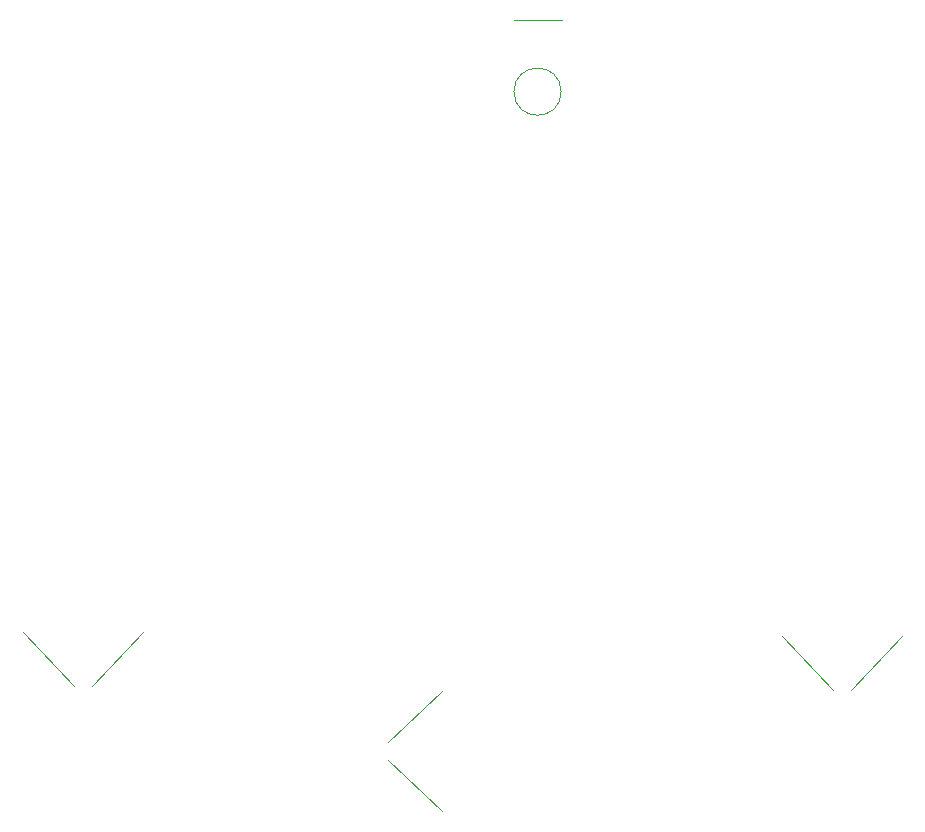
<source format=gbr>
%TF.GenerationSoftware,KiCad,Pcbnew,(6.0.7)*%
%TF.CreationDate,2022-09-05T15:03:49+08:00*%
%TF.ProjectId,6_1k,365f316b-2e6b-4696-9361-645f70636258,rev?*%
%TF.SameCoordinates,Original*%
%TF.FileFunction,Legend,Bot*%
%TF.FilePolarity,Positive*%
%FSLAX46Y46*%
G04 Gerber Fmt 4.6, Leading zero omitted, Abs format (unit mm)*
G04 Created by KiCad (PCBNEW (6.0.7)) date 2022-09-05 15:03:49*
%MOMM*%
%LPD*%
G01*
G04 APERTURE LIST*
%ADD10C,0.120000*%
G04 APERTURE END LIST*
D10*
%TO.C,Rl1*%
X56792600Y-80467200D02*
X61364600Y-76149200D01*
X56792600Y-81991200D02*
X61364600Y-86309200D01*
%TO.C,P2*%
X71436200Y-25368000D02*
G75*
G03*
X71436200Y-25368000I-2000000J0D01*
G01*
X71468200Y-19304000D02*
X67404200Y-19304000D01*
%TO.C,Rl6*%
X94460800Y-76067400D02*
X90142800Y-71495400D01*
X95984800Y-76067400D02*
X100302800Y-71495400D01*
%TO.C,Rl4*%
X31691800Y-75697600D02*
X36009800Y-71125600D01*
X30167800Y-75697600D02*
X25849800Y-71125600D01*
%TD*%
M02*

</source>
